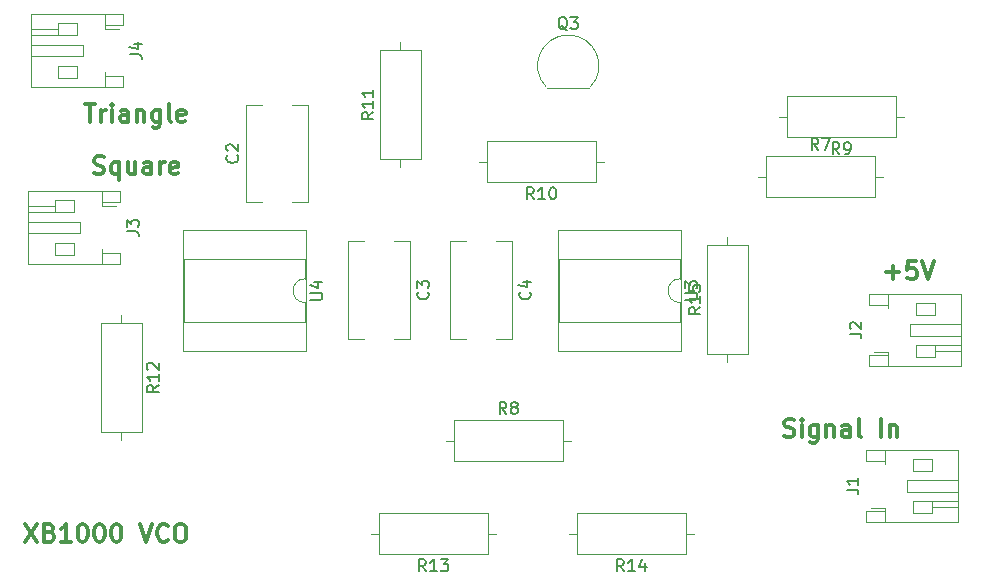
<source format=gto>
G04 #@! TF.GenerationSoftware,KiCad,Pcbnew,(5.0.1)-rc2*
G04 #@! TF.CreationDate,2018-10-16T02:33:53-04:00*
G04 #@! TF.ProjectId,vco2,76636F322E6B696361645F7063620000,1*
G04 #@! TF.SameCoordinates,Original*
G04 #@! TF.FileFunction,Legend,Top*
G04 #@! TF.FilePolarity,Positive*
%FSLAX46Y46*%
G04 Gerber Fmt 4.6, Leading zero omitted, Abs format (unit mm)*
G04 Created by KiCad (PCBNEW (5.0.1)-rc2) date 10/16/2018 2:33:53 AM*
%MOMM*%
%LPD*%
G01*
G04 APERTURE LIST*
%ADD10C,0.300000*%
%ADD11C,0.120000*%
%ADD12C,0.150000*%
G04 APERTURE END LIST*
D10*
X92948571Y-105382142D02*
X93162857Y-105453571D01*
X93520000Y-105453571D01*
X93662857Y-105382142D01*
X93734285Y-105310714D01*
X93805714Y-105167857D01*
X93805714Y-105025000D01*
X93734285Y-104882142D01*
X93662857Y-104810714D01*
X93520000Y-104739285D01*
X93234285Y-104667857D01*
X93091428Y-104596428D01*
X93020000Y-104525000D01*
X92948571Y-104382142D01*
X92948571Y-104239285D01*
X93020000Y-104096428D01*
X93091428Y-104025000D01*
X93234285Y-103953571D01*
X93591428Y-103953571D01*
X93805714Y-104025000D01*
X95091428Y-104453571D02*
X95091428Y-105953571D01*
X95091428Y-105382142D02*
X94948571Y-105453571D01*
X94662857Y-105453571D01*
X94520000Y-105382142D01*
X94448571Y-105310714D01*
X94377142Y-105167857D01*
X94377142Y-104739285D01*
X94448571Y-104596428D01*
X94520000Y-104525000D01*
X94662857Y-104453571D01*
X94948571Y-104453571D01*
X95091428Y-104525000D01*
X96448571Y-104453571D02*
X96448571Y-105453571D01*
X95805714Y-104453571D02*
X95805714Y-105239285D01*
X95877142Y-105382142D01*
X96020000Y-105453571D01*
X96234285Y-105453571D01*
X96377142Y-105382142D01*
X96448571Y-105310714D01*
X97805714Y-105453571D02*
X97805714Y-104667857D01*
X97734285Y-104525000D01*
X97591428Y-104453571D01*
X97305714Y-104453571D01*
X97162857Y-104525000D01*
X97805714Y-105382142D02*
X97662857Y-105453571D01*
X97305714Y-105453571D01*
X97162857Y-105382142D01*
X97091428Y-105239285D01*
X97091428Y-105096428D01*
X97162857Y-104953571D01*
X97305714Y-104882142D01*
X97662857Y-104882142D01*
X97805714Y-104810714D01*
X98520000Y-105453571D02*
X98520000Y-104453571D01*
X98520000Y-104739285D02*
X98591428Y-104596428D01*
X98662857Y-104525000D01*
X98805714Y-104453571D01*
X98948571Y-104453571D01*
X100020000Y-105382142D02*
X99877142Y-105453571D01*
X99591428Y-105453571D01*
X99448571Y-105382142D01*
X99377142Y-105239285D01*
X99377142Y-104667857D01*
X99448571Y-104525000D01*
X99591428Y-104453571D01*
X99877142Y-104453571D01*
X100020000Y-104525000D01*
X100091428Y-104667857D01*
X100091428Y-104810714D01*
X99377142Y-104953571D01*
X151388571Y-127607142D02*
X151602857Y-127678571D01*
X151960000Y-127678571D01*
X152102857Y-127607142D01*
X152174285Y-127535714D01*
X152245714Y-127392857D01*
X152245714Y-127250000D01*
X152174285Y-127107142D01*
X152102857Y-127035714D01*
X151960000Y-126964285D01*
X151674285Y-126892857D01*
X151531428Y-126821428D01*
X151460000Y-126750000D01*
X151388571Y-126607142D01*
X151388571Y-126464285D01*
X151460000Y-126321428D01*
X151531428Y-126250000D01*
X151674285Y-126178571D01*
X152031428Y-126178571D01*
X152245714Y-126250000D01*
X152888571Y-127678571D02*
X152888571Y-126678571D01*
X152888571Y-126178571D02*
X152817142Y-126250000D01*
X152888571Y-126321428D01*
X152960000Y-126250000D01*
X152888571Y-126178571D01*
X152888571Y-126321428D01*
X154245714Y-126678571D02*
X154245714Y-127892857D01*
X154174285Y-128035714D01*
X154102857Y-128107142D01*
X153960000Y-128178571D01*
X153745714Y-128178571D01*
X153602857Y-128107142D01*
X154245714Y-127607142D02*
X154102857Y-127678571D01*
X153817142Y-127678571D01*
X153674285Y-127607142D01*
X153602857Y-127535714D01*
X153531428Y-127392857D01*
X153531428Y-126964285D01*
X153602857Y-126821428D01*
X153674285Y-126750000D01*
X153817142Y-126678571D01*
X154102857Y-126678571D01*
X154245714Y-126750000D01*
X154960000Y-126678571D02*
X154960000Y-127678571D01*
X154960000Y-126821428D02*
X155031428Y-126750000D01*
X155174285Y-126678571D01*
X155388571Y-126678571D01*
X155531428Y-126750000D01*
X155602857Y-126892857D01*
X155602857Y-127678571D01*
X156960000Y-127678571D02*
X156960000Y-126892857D01*
X156888571Y-126750000D01*
X156745714Y-126678571D01*
X156460000Y-126678571D01*
X156317142Y-126750000D01*
X156960000Y-127607142D02*
X156817142Y-127678571D01*
X156460000Y-127678571D01*
X156317142Y-127607142D01*
X156245714Y-127464285D01*
X156245714Y-127321428D01*
X156317142Y-127178571D01*
X156460000Y-127107142D01*
X156817142Y-127107142D01*
X156960000Y-127035714D01*
X157888571Y-127678571D02*
X157745714Y-127607142D01*
X157674285Y-127464285D01*
X157674285Y-126178571D01*
X159602857Y-127678571D02*
X159602857Y-126178571D01*
X160317142Y-126678571D02*
X160317142Y-127678571D01*
X160317142Y-126821428D02*
X160388571Y-126750000D01*
X160531428Y-126678571D01*
X160745714Y-126678571D01*
X160888571Y-126750000D01*
X160960000Y-126892857D01*
X160960000Y-127678571D01*
X159996428Y-113772142D02*
X161139285Y-113772142D01*
X160567857Y-114343571D02*
X160567857Y-113200714D01*
X162567857Y-112843571D02*
X161853571Y-112843571D01*
X161782142Y-113557857D01*
X161853571Y-113486428D01*
X161996428Y-113415000D01*
X162353571Y-113415000D01*
X162496428Y-113486428D01*
X162567857Y-113557857D01*
X162639285Y-113700714D01*
X162639285Y-114057857D01*
X162567857Y-114200714D01*
X162496428Y-114272142D01*
X162353571Y-114343571D01*
X161996428Y-114343571D01*
X161853571Y-114272142D01*
X161782142Y-114200714D01*
X163067857Y-112843571D02*
X163567857Y-114343571D01*
X164067857Y-112843571D01*
X92198571Y-99508571D02*
X93055714Y-99508571D01*
X92627142Y-101008571D02*
X92627142Y-99508571D01*
X93555714Y-101008571D02*
X93555714Y-100008571D01*
X93555714Y-100294285D02*
X93627142Y-100151428D01*
X93698571Y-100080000D01*
X93841428Y-100008571D01*
X93984285Y-100008571D01*
X94484285Y-101008571D02*
X94484285Y-100008571D01*
X94484285Y-99508571D02*
X94412857Y-99580000D01*
X94484285Y-99651428D01*
X94555714Y-99580000D01*
X94484285Y-99508571D01*
X94484285Y-99651428D01*
X95841428Y-101008571D02*
X95841428Y-100222857D01*
X95770000Y-100080000D01*
X95627142Y-100008571D01*
X95341428Y-100008571D01*
X95198571Y-100080000D01*
X95841428Y-100937142D02*
X95698571Y-101008571D01*
X95341428Y-101008571D01*
X95198571Y-100937142D01*
X95127142Y-100794285D01*
X95127142Y-100651428D01*
X95198571Y-100508571D01*
X95341428Y-100437142D01*
X95698571Y-100437142D01*
X95841428Y-100365714D01*
X96555714Y-100008571D02*
X96555714Y-101008571D01*
X96555714Y-100151428D02*
X96627142Y-100080000D01*
X96770000Y-100008571D01*
X96984285Y-100008571D01*
X97127142Y-100080000D01*
X97198571Y-100222857D01*
X97198571Y-101008571D01*
X98555714Y-100008571D02*
X98555714Y-101222857D01*
X98484285Y-101365714D01*
X98412857Y-101437142D01*
X98270000Y-101508571D01*
X98055714Y-101508571D01*
X97912857Y-101437142D01*
X98555714Y-100937142D02*
X98412857Y-101008571D01*
X98127142Y-101008571D01*
X97984285Y-100937142D01*
X97912857Y-100865714D01*
X97841428Y-100722857D01*
X97841428Y-100294285D01*
X97912857Y-100151428D01*
X97984285Y-100080000D01*
X98127142Y-100008571D01*
X98412857Y-100008571D01*
X98555714Y-100080000D01*
X99484285Y-101008571D02*
X99341428Y-100937142D01*
X99270000Y-100794285D01*
X99270000Y-99508571D01*
X100627142Y-100937142D02*
X100484285Y-101008571D01*
X100198571Y-101008571D01*
X100055714Y-100937142D01*
X99984285Y-100794285D01*
X99984285Y-100222857D01*
X100055714Y-100080000D01*
X100198571Y-100008571D01*
X100484285Y-100008571D01*
X100627142Y-100080000D01*
X100698571Y-100222857D01*
X100698571Y-100365714D01*
X99984285Y-100508571D01*
X87122857Y-135068571D02*
X88122857Y-136568571D01*
X88122857Y-135068571D02*
X87122857Y-136568571D01*
X89194285Y-135782857D02*
X89408571Y-135854285D01*
X89480000Y-135925714D01*
X89551428Y-136068571D01*
X89551428Y-136282857D01*
X89480000Y-136425714D01*
X89408571Y-136497142D01*
X89265714Y-136568571D01*
X88694285Y-136568571D01*
X88694285Y-135068571D01*
X89194285Y-135068571D01*
X89337142Y-135140000D01*
X89408571Y-135211428D01*
X89480000Y-135354285D01*
X89480000Y-135497142D01*
X89408571Y-135640000D01*
X89337142Y-135711428D01*
X89194285Y-135782857D01*
X88694285Y-135782857D01*
X90980000Y-136568571D02*
X90122857Y-136568571D01*
X90551428Y-136568571D02*
X90551428Y-135068571D01*
X90408571Y-135282857D01*
X90265714Y-135425714D01*
X90122857Y-135497142D01*
X91908571Y-135068571D02*
X92051428Y-135068571D01*
X92194285Y-135140000D01*
X92265714Y-135211428D01*
X92337142Y-135354285D01*
X92408571Y-135640000D01*
X92408571Y-135997142D01*
X92337142Y-136282857D01*
X92265714Y-136425714D01*
X92194285Y-136497142D01*
X92051428Y-136568571D01*
X91908571Y-136568571D01*
X91765714Y-136497142D01*
X91694285Y-136425714D01*
X91622857Y-136282857D01*
X91551428Y-135997142D01*
X91551428Y-135640000D01*
X91622857Y-135354285D01*
X91694285Y-135211428D01*
X91765714Y-135140000D01*
X91908571Y-135068571D01*
X93337142Y-135068571D02*
X93480000Y-135068571D01*
X93622857Y-135140000D01*
X93694285Y-135211428D01*
X93765714Y-135354285D01*
X93837142Y-135640000D01*
X93837142Y-135997142D01*
X93765714Y-136282857D01*
X93694285Y-136425714D01*
X93622857Y-136497142D01*
X93480000Y-136568571D01*
X93337142Y-136568571D01*
X93194285Y-136497142D01*
X93122857Y-136425714D01*
X93051428Y-136282857D01*
X92980000Y-135997142D01*
X92980000Y-135640000D01*
X93051428Y-135354285D01*
X93122857Y-135211428D01*
X93194285Y-135140000D01*
X93337142Y-135068571D01*
X94765714Y-135068571D02*
X94908571Y-135068571D01*
X95051428Y-135140000D01*
X95122857Y-135211428D01*
X95194285Y-135354285D01*
X95265714Y-135640000D01*
X95265714Y-135997142D01*
X95194285Y-136282857D01*
X95122857Y-136425714D01*
X95051428Y-136497142D01*
X94908571Y-136568571D01*
X94765714Y-136568571D01*
X94622857Y-136497142D01*
X94551428Y-136425714D01*
X94480000Y-136282857D01*
X94408571Y-135997142D01*
X94408571Y-135640000D01*
X94480000Y-135354285D01*
X94551428Y-135211428D01*
X94622857Y-135140000D01*
X94765714Y-135068571D01*
X96837142Y-135068571D02*
X97337142Y-136568571D01*
X97837142Y-135068571D01*
X99194285Y-136425714D02*
X99122857Y-136497142D01*
X98908571Y-136568571D01*
X98765714Y-136568571D01*
X98551428Y-136497142D01*
X98408571Y-136354285D01*
X98337142Y-136211428D01*
X98265714Y-135925714D01*
X98265714Y-135711428D01*
X98337142Y-135425714D01*
X98408571Y-135282857D01*
X98551428Y-135140000D01*
X98765714Y-135068571D01*
X98908571Y-135068571D01*
X99122857Y-135140000D01*
X99194285Y-135211428D01*
X100122857Y-135068571D02*
X100408571Y-135068571D01*
X100551428Y-135140000D01*
X100694285Y-135282857D01*
X100765714Y-135568571D01*
X100765714Y-136068571D01*
X100694285Y-136354285D01*
X100551428Y-136497142D01*
X100408571Y-136568571D01*
X100122857Y-136568571D01*
X99980000Y-136497142D01*
X99837142Y-136354285D01*
X99765714Y-136068571D01*
X99765714Y-135568571D01*
X99837142Y-135282857D01*
X99980000Y-135140000D01*
X100122857Y-135068571D01*
D11*
G04 #@! TO.C,R12*
X95250000Y-127992000D02*
X95250000Y-127302000D01*
X95250000Y-117372000D02*
X95250000Y-118062000D01*
X96970000Y-127302000D02*
X96970000Y-118062000D01*
X93530000Y-127302000D02*
X96970000Y-127302000D01*
X93530000Y-118062000D02*
X93530000Y-127302000D01*
X96970000Y-118062000D02*
X93530000Y-118062000D01*
G04 #@! TO.C,C2*
X105838000Y-107812000D02*
X105838000Y-99572000D01*
X111078000Y-107812000D02*
X111078000Y-99572000D01*
X105838000Y-107812000D02*
X107202000Y-107812000D01*
X109714000Y-107812000D02*
X111078000Y-107812000D01*
X105838000Y-99572000D02*
X107202000Y-99572000D01*
X109714000Y-99572000D02*
X111078000Y-99572000D01*
G04 #@! TO.C,C3*
X115838000Y-119376000D02*
X114474000Y-119376000D01*
X119714000Y-119376000D02*
X118350000Y-119376000D01*
X115838000Y-111136000D02*
X114474000Y-111136000D01*
X119714000Y-111136000D02*
X118350000Y-111136000D01*
X114474000Y-111136000D02*
X114474000Y-119376000D01*
X119714000Y-111136000D02*
X119714000Y-119376000D01*
G04 #@! TO.C,C4*
X128350000Y-111136000D02*
X128350000Y-119376000D01*
X123110000Y-111136000D02*
X123110000Y-119376000D01*
X128350000Y-111136000D02*
X126986000Y-111136000D01*
X124474000Y-111136000D02*
X123110000Y-111136000D01*
X128350000Y-119376000D02*
X126986000Y-119376000D01*
X124474000Y-119376000D02*
X123110000Y-119376000D01*
G04 #@! TO.C,J1*
X159906000Y-133702000D02*
X159906000Y-133982000D01*
X159906000Y-133982000D02*
X158306000Y-133982000D01*
X158306000Y-133982000D02*
X158306000Y-134902000D01*
X158306000Y-134902000D02*
X166126000Y-134902000D01*
X166126000Y-134902000D02*
X166126000Y-128782000D01*
X166126000Y-128782000D02*
X158306000Y-128782000D01*
X158306000Y-128782000D02*
X158306000Y-129702000D01*
X158306000Y-129702000D02*
X159906000Y-129702000D01*
X159906000Y-129702000D02*
X159906000Y-129982000D01*
X166126000Y-132342000D02*
X161766000Y-132342000D01*
X161766000Y-132342000D02*
X161766000Y-131342000D01*
X161766000Y-131342000D02*
X166126000Y-131342000D01*
X159906000Y-134902000D02*
X159906000Y-133982000D01*
X159906000Y-128782000D02*
X159906000Y-129702000D01*
X162266000Y-134142000D02*
X163866000Y-134142000D01*
X163866000Y-134142000D02*
X163866000Y-133142000D01*
X163866000Y-133142000D02*
X162266000Y-133142000D01*
X162266000Y-133142000D02*
X162266000Y-134142000D01*
X162266000Y-129542000D02*
X163866000Y-129542000D01*
X163866000Y-129542000D02*
X163866000Y-130542000D01*
X163866000Y-130542000D02*
X162266000Y-130542000D01*
X162266000Y-130542000D02*
X162266000Y-129542000D01*
X163866000Y-133142000D02*
X166126000Y-133142000D01*
X163866000Y-133642000D02*
X166126000Y-133642000D01*
X159906000Y-133702000D02*
X158691000Y-133702000D01*
G04 #@! TO.C,J2*
X160160000Y-120494000D02*
X158945000Y-120494000D01*
X164120000Y-120434000D02*
X166380000Y-120434000D01*
X164120000Y-119934000D02*
X166380000Y-119934000D01*
X162520000Y-117334000D02*
X162520000Y-116334000D01*
X164120000Y-117334000D02*
X162520000Y-117334000D01*
X164120000Y-116334000D02*
X164120000Y-117334000D01*
X162520000Y-116334000D02*
X164120000Y-116334000D01*
X162520000Y-119934000D02*
X162520000Y-120934000D01*
X164120000Y-119934000D02*
X162520000Y-119934000D01*
X164120000Y-120934000D02*
X164120000Y-119934000D01*
X162520000Y-120934000D02*
X164120000Y-120934000D01*
X160160000Y-115574000D02*
X160160000Y-116494000D01*
X160160000Y-121694000D02*
X160160000Y-120774000D01*
X162020000Y-118134000D02*
X166380000Y-118134000D01*
X162020000Y-119134000D02*
X162020000Y-118134000D01*
X166380000Y-119134000D02*
X162020000Y-119134000D01*
X160160000Y-116494000D02*
X160160000Y-116774000D01*
X158560000Y-116494000D02*
X160160000Y-116494000D01*
X158560000Y-115574000D02*
X158560000Y-116494000D01*
X166380000Y-115574000D02*
X158560000Y-115574000D01*
X166380000Y-121694000D02*
X166380000Y-115574000D01*
X158560000Y-121694000D02*
X166380000Y-121694000D01*
X158560000Y-120774000D02*
X158560000Y-121694000D01*
X160160000Y-120774000D02*
X158560000Y-120774000D01*
X160160000Y-120494000D02*
X160160000Y-120774000D01*
G04 #@! TO.C,J3*
X93586000Y-108106000D02*
X94801000Y-108106000D01*
X89626000Y-108166000D02*
X87366000Y-108166000D01*
X89626000Y-108666000D02*
X87366000Y-108666000D01*
X91226000Y-111266000D02*
X91226000Y-112266000D01*
X89626000Y-111266000D02*
X91226000Y-111266000D01*
X89626000Y-112266000D02*
X89626000Y-111266000D01*
X91226000Y-112266000D02*
X89626000Y-112266000D01*
X91226000Y-108666000D02*
X91226000Y-107666000D01*
X89626000Y-108666000D02*
X91226000Y-108666000D01*
X89626000Y-107666000D02*
X89626000Y-108666000D01*
X91226000Y-107666000D02*
X89626000Y-107666000D01*
X93586000Y-113026000D02*
X93586000Y-112106000D01*
X93586000Y-106906000D02*
X93586000Y-107826000D01*
X91726000Y-110466000D02*
X87366000Y-110466000D01*
X91726000Y-109466000D02*
X91726000Y-110466000D01*
X87366000Y-109466000D02*
X91726000Y-109466000D01*
X93586000Y-112106000D02*
X93586000Y-111826000D01*
X95186000Y-112106000D02*
X93586000Y-112106000D01*
X95186000Y-113026000D02*
X95186000Y-112106000D01*
X87366000Y-113026000D02*
X95186000Y-113026000D01*
X87366000Y-106906000D02*
X87366000Y-113026000D01*
X95186000Y-106906000D02*
X87366000Y-106906000D01*
X95186000Y-107826000D02*
X95186000Y-106906000D01*
X93586000Y-107826000D02*
X95186000Y-107826000D01*
X93586000Y-108106000D02*
X93586000Y-107826000D01*
G04 #@! TO.C,J4*
X93840000Y-93120000D02*
X93840000Y-92840000D01*
X93840000Y-92840000D02*
X95440000Y-92840000D01*
X95440000Y-92840000D02*
X95440000Y-91920000D01*
X95440000Y-91920000D02*
X87620000Y-91920000D01*
X87620000Y-91920000D02*
X87620000Y-98040000D01*
X87620000Y-98040000D02*
X95440000Y-98040000D01*
X95440000Y-98040000D02*
X95440000Y-97120000D01*
X95440000Y-97120000D02*
X93840000Y-97120000D01*
X93840000Y-97120000D02*
X93840000Y-96840000D01*
X87620000Y-94480000D02*
X91980000Y-94480000D01*
X91980000Y-94480000D02*
X91980000Y-95480000D01*
X91980000Y-95480000D02*
X87620000Y-95480000D01*
X93840000Y-91920000D02*
X93840000Y-92840000D01*
X93840000Y-98040000D02*
X93840000Y-97120000D01*
X91480000Y-92680000D02*
X89880000Y-92680000D01*
X89880000Y-92680000D02*
X89880000Y-93680000D01*
X89880000Y-93680000D02*
X91480000Y-93680000D01*
X91480000Y-93680000D02*
X91480000Y-92680000D01*
X91480000Y-97280000D02*
X89880000Y-97280000D01*
X89880000Y-97280000D02*
X89880000Y-96280000D01*
X89880000Y-96280000D02*
X91480000Y-96280000D01*
X91480000Y-96280000D02*
X91480000Y-97280000D01*
X89880000Y-93680000D02*
X87620000Y-93680000D01*
X89880000Y-93180000D02*
X87620000Y-93180000D01*
X93840000Y-93120000D02*
X95055000Y-93120000D01*
G04 #@! TO.C,Q3*
X131296000Y-98116000D02*
X134896000Y-98116000D01*
X131257522Y-98104478D02*
G75*
G02X133096000Y-93666000I1838478J1838478D01*
G01*
X134934478Y-98104478D02*
G75*
G03X133096000Y-93666000I-1838478J1838478D01*
G01*
G04 #@! TO.C,R7*
X149812000Y-103944000D02*
X149812000Y-107384000D01*
X149812000Y-107384000D02*
X159052000Y-107384000D01*
X159052000Y-107384000D02*
X159052000Y-103944000D01*
X159052000Y-103944000D02*
X149812000Y-103944000D01*
X149122000Y-105664000D02*
X149812000Y-105664000D01*
X159742000Y-105664000D02*
X159052000Y-105664000D01*
G04 #@! TO.C,R8*
X123396000Y-126296000D02*
X123396000Y-129736000D01*
X123396000Y-129736000D02*
X132636000Y-129736000D01*
X132636000Y-129736000D02*
X132636000Y-126296000D01*
X132636000Y-126296000D02*
X123396000Y-126296000D01*
X122706000Y-128016000D02*
X123396000Y-128016000D01*
X133326000Y-128016000D02*
X132636000Y-128016000D01*
G04 #@! TO.C,R9*
X150900000Y-100584000D02*
X151590000Y-100584000D01*
X161520000Y-100584000D02*
X160830000Y-100584000D01*
X151590000Y-102304000D02*
X160830000Y-102304000D01*
X151590000Y-98864000D02*
X151590000Y-102304000D01*
X160830000Y-98864000D02*
X151590000Y-98864000D01*
X160830000Y-102304000D02*
X160830000Y-98864000D01*
G04 #@! TO.C,R10*
X135430000Y-106114000D02*
X135430000Y-102674000D01*
X135430000Y-102674000D02*
X126190000Y-102674000D01*
X126190000Y-102674000D02*
X126190000Y-106114000D01*
X126190000Y-106114000D02*
X135430000Y-106114000D01*
X136120000Y-104394000D02*
X135430000Y-104394000D01*
X125500000Y-104394000D02*
X126190000Y-104394000D01*
G04 #@! TO.C,R11*
X118872000Y-94258000D02*
X118872000Y-94948000D01*
X118872000Y-104878000D02*
X118872000Y-104188000D01*
X117152000Y-94948000D02*
X117152000Y-104188000D01*
X120592000Y-94948000D02*
X117152000Y-94948000D01*
X120592000Y-104188000D02*
X120592000Y-94948000D01*
X117152000Y-104188000D02*
X120592000Y-104188000D01*
G04 #@! TO.C,R13*
X116356000Y-135890000D02*
X117046000Y-135890000D01*
X126976000Y-135890000D02*
X126286000Y-135890000D01*
X117046000Y-137610000D02*
X126286000Y-137610000D01*
X117046000Y-134170000D02*
X117046000Y-137610000D01*
X126286000Y-134170000D02*
X117046000Y-134170000D01*
X126286000Y-137610000D02*
X126286000Y-134170000D01*
G04 #@! TO.C,R14*
X143050000Y-137610000D02*
X143050000Y-134170000D01*
X143050000Y-134170000D02*
X133810000Y-134170000D01*
X133810000Y-134170000D02*
X133810000Y-137610000D01*
X133810000Y-137610000D02*
X143050000Y-137610000D01*
X143740000Y-135890000D02*
X143050000Y-135890000D01*
X133120000Y-135890000D02*
X133810000Y-135890000D01*
G04 #@! TO.C,R15*
X144838000Y-120698000D02*
X148278000Y-120698000D01*
X148278000Y-120698000D02*
X148278000Y-111458000D01*
X148278000Y-111458000D02*
X144838000Y-111458000D01*
X144838000Y-111458000D02*
X144838000Y-120698000D01*
X146558000Y-121388000D02*
X146558000Y-120698000D01*
X146558000Y-110768000D02*
X146558000Y-111458000D01*
G04 #@! TO.C,U3*
X142554000Y-116316000D02*
G75*
G02X142554000Y-114316000I0J1000000D01*
G01*
X142554000Y-114316000D02*
X142554000Y-112666000D01*
X142554000Y-112666000D02*
X132274000Y-112666000D01*
X132274000Y-112666000D02*
X132274000Y-117966000D01*
X132274000Y-117966000D02*
X142554000Y-117966000D01*
X142554000Y-117966000D02*
X142554000Y-116316000D01*
X142614000Y-110176000D02*
X132214000Y-110176000D01*
X132214000Y-110176000D02*
X132214000Y-120456000D01*
X132214000Y-120456000D02*
X142614000Y-120456000D01*
X142614000Y-120456000D02*
X142614000Y-110176000D01*
G04 #@! TO.C,U4*
X110864000Y-120456000D02*
X110864000Y-110176000D01*
X100464000Y-120456000D02*
X110864000Y-120456000D01*
X100464000Y-110176000D02*
X100464000Y-120456000D01*
X110864000Y-110176000D02*
X100464000Y-110176000D01*
X110804000Y-117966000D02*
X110804000Y-116316000D01*
X100524000Y-117966000D02*
X110804000Y-117966000D01*
X100524000Y-112666000D02*
X100524000Y-117966000D01*
X110804000Y-112666000D02*
X100524000Y-112666000D01*
X110804000Y-114316000D02*
X110804000Y-112666000D01*
X110804000Y-116316000D02*
G75*
G02X110804000Y-114316000I0J1000000D01*
G01*
G04 #@! TO.C,R12*
D12*
X98422380Y-123324857D02*
X97946190Y-123658190D01*
X98422380Y-123896285D02*
X97422380Y-123896285D01*
X97422380Y-123515333D01*
X97470000Y-123420095D01*
X97517619Y-123372476D01*
X97612857Y-123324857D01*
X97755714Y-123324857D01*
X97850952Y-123372476D01*
X97898571Y-123420095D01*
X97946190Y-123515333D01*
X97946190Y-123896285D01*
X98422380Y-122372476D02*
X98422380Y-122943904D01*
X98422380Y-122658190D02*
X97422380Y-122658190D01*
X97565238Y-122753428D01*
X97660476Y-122848666D01*
X97708095Y-122943904D01*
X97517619Y-121991523D02*
X97470000Y-121943904D01*
X97422380Y-121848666D01*
X97422380Y-121610571D01*
X97470000Y-121515333D01*
X97517619Y-121467714D01*
X97612857Y-121420095D01*
X97708095Y-121420095D01*
X97850952Y-121467714D01*
X98422380Y-122039142D01*
X98422380Y-121420095D01*
G04 #@! TO.C,C2*
X105065142Y-103858666D02*
X105112761Y-103906285D01*
X105160380Y-104049142D01*
X105160380Y-104144380D01*
X105112761Y-104287238D01*
X105017523Y-104382476D01*
X104922285Y-104430095D01*
X104731809Y-104477714D01*
X104588952Y-104477714D01*
X104398476Y-104430095D01*
X104303238Y-104382476D01*
X104208000Y-104287238D01*
X104160380Y-104144380D01*
X104160380Y-104049142D01*
X104208000Y-103906285D01*
X104255619Y-103858666D01*
X104255619Y-103477714D02*
X104208000Y-103430095D01*
X104160380Y-103334857D01*
X104160380Y-103096761D01*
X104208000Y-103001523D01*
X104255619Y-102953904D01*
X104350857Y-102906285D01*
X104446095Y-102906285D01*
X104588952Y-102953904D01*
X105160380Y-103525333D01*
X105160380Y-102906285D01*
G04 #@! TO.C,C3*
X121201142Y-115422666D02*
X121248761Y-115470285D01*
X121296380Y-115613142D01*
X121296380Y-115708380D01*
X121248761Y-115851238D01*
X121153523Y-115946476D01*
X121058285Y-115994095D01*
X120867809Y-116041714D01*
X120724952Y-116041714D01*
X120534476Y-115994095D01*
X120439238Y-115946476D01*
X120344000Y-115851238D01*
X120296380Y-115708380D01*
X120296380Y-115613142D01*
X120344000Y-115470285D01*
X120391619Y-115422666D01*
X120296380Y-115089333D02*
X120296380Y-114470285D01*
X120677333Y-114803619D01*
X120677333Y-114660761D01*
X120724952Y-114565523D01*
X120772571Y-114517904D01*
X120867809Y-114470285D01*
X121105904Y-114470285D01*
X121201142Y-114517904D01*
X121248761Y-114565523D01*
X121296380Y-114660761D01*
X121296380Y-114946476D01*
X121248761Y-115041714D01*
X121201142Y-115089333D01*
G04 #@! TO.C,C4*
X129837142Y-115422666D02*
X129884761Y-115470285D01*
X129932380Y-115613142D01*
X129932380Y-115708380D01*
X129884761Y-115851238D01*
X129789523Y-115946476D01*
X129694285Y-115994095D01*
X129503809Y-116041714D01*
X129360952Y-116041714D01*
X129170476Y-115994095D01*
X129075238Y-115946476D01*
X128980000Y-115851238D01*
X128932380Y-115708380D01*
X128932380Y-115613142D01*
X128980000Y-115470285D01*
X129027619Y-115422666D01*
X129265714Y-114565523D02*
X129932380Y-114565523D01*
X128884761Y-114803619D02*
X129599047Y-115041714D01*
X129599047Y-114422666D01*
G04 #@! TO.C,J1*
X156668380Y-132175333D02*
X157382666Y-132175333D01*
X157525523Y-132222952D01*
X157620761Y-132318190D01*
X157668380Y-132461047D01*
X157668380Y-132556285D01*
X157668380Y-131175333D02*
X157668380Y-131746761D01*
X157668380Y-131461047D02*
X156668380Y-131461047D01*
X156811238Y-131556285D01*
X156906476Y-131651523D01*
X156954095Y-131746761D01*
G04 #@! TO.C,J2*
X156922380Y-118967333D02*
X157636666Y-118967333D01*
X157779523Y-119014952D01*
X157874761Y-119110190D01*
X157922380Y-119253047D01*
X157922380Y-119348285D01*
X157017619Y-118538761D02*
X156970000Y-118491142D01*
X156922380Y-118395904D01*
X156922380Y-118157809D01*
X156970000Y-118062571D01*
X157017619Y-118014952D01*
X157112857Y-117967333D01*
X157208095Y-117967333D01*
X157350952Y-118014952D01*
X157922380Y-118586380D01*
X157922380Y-117967333D01*
G04 #@! TO.C,J3*
X95728380Y-110299333D02*
X96442666Y-110299333D01*
X96585523Y-110346952D01*
X96680761Y-110442190D01*
X96728380Y-110585047D01*
X96728380Y-110680285D01*
X95728380Y-109918380D02*
X95728380Y-109299333D01*
X96109333Y-109632666D01*
X96109333Y-109489809D01*
X96156952Y-109394571D01*
X96204571Y-109346952D01*
X96299809Y-109299333D01*
X96537904Y-109299333D01*
X96633142Y-109346952D01*
X96680761Y-109394571D01*
X96728380Y-109489809D01*
X96728380Y-109775523D01*
X96680761Y-109870761D01*
X96633142Y-109918380D01*
G04 #@! TO.C,J4*
X95982380Y-95313333D02*
X96696666Y-95313333D01*
X96839523Y-95360952D01*
X96934761Y-95456190D01*
X96982380Y-95599047D01*
X96982380Y-95694285D01*
X96315714Y-94408571D02*
X96982380Y-94408571D01*
X95934761Y-94646666D02*
X96649047Y-94884761D01*
X96649047Y-94265714D01*
G04 #@! TO.C,Q3*
X133000761Y-93253619D02*
X132905523Y-93206000D01*
X132810285Y-93110761D01*
X132667428Y-92967904D01*
X132572190Y-92920285D01*
X132476952Y-92920285D01*
X132524571Y-93158380D02*
X132429333Y-93110761D01*
X132334095Y-93015523D01*
X132286476Y-92825047D01*
X132286476Y-92491714D01*
X132334095Y-92301238D01*
X132429333Y-92206000D01*
X132524571Y-92158380D01*
X132715047Y-92158380D01*
X132810285Y-92206000D01*
X132905523Y-92301238D01*
X132953142Y-92491714D01*
X132953142Y-92825047D01*
X132905523Y-93015523D01*
X132810285Y-93110761D01*
X132715047Y-93158380D01*
X132524571Y-93158380D01*
X133286476Y-92158380D02*
X133905523Y-92158380D01*
X133572190Y-92539333D01*
X133715047Y-92539333D01*
X133810285Y-92586952D01*
X133857904Y-92634571D01*
X133905523Y-92729809D01*
X133905523Y-92967904D01*
X133857904Y-93063142D01*
X133810285Y-93110761D01*
X133715047Y-93158380D01*
X133429333Y-93158380D01*
X133334095Y-93110761D01*
X133286476Y-93063142D01*
G04 #@! TO.C,R7*
X154265333Y-103396380D02*
X153932000Y-102920190D01*
X153693904Y-103396380D02*
X153693904Y-102396380D01*
X154074857Y-102396380D01*
X154170095Y-102444000D01*
X154217714Y-102491619D01*
X154265333Y-102586857D01*
X154265333Y-102729714D01*
X154217714Y-102824952D01*
X154170095Y-102872571D01*
X154074857Y-102920190D01*
X153693904Y-102920190D01*
X154598666Y-102396380D02*
X155265333Y-102396380D01*
X154836761Y-103396380D01*
G04 #@! TO.C,R8*
X127849333Y-125748380D02*
X127516000Y-125272190D01*
X127277904Y-125748380D02*
X127277904Y-124748380D01*
X127658857Y-124748380D01*
X127754095Y-124796000D01*
X127801714Y-124843619D01*
X127849333Y-124938857D01*
X127849333Y-125081714D01*
X127801714Y-125176952D01*
X127754095Y-125224571D01*
X127658857Y-125272190D01*
X127277904Y-125272190D01*
X128420761Y-125176952D02*
X128325523Y-125129333D01*
X128277904Y-125081714D01*
X128230285Y-124986476D01*
X128230285Y-124938857D01*
X128277904Y-124843619D01*
X128325523Y-124796000D01*
X128420761Y-124748380D01*
X128611238Y-124748380D01*
X128706476Y-124796000D01*
X128754095Y-124843619D01*
X128801714Y-124938857D01*
X128801714Y-124986476D01*
X128754095Y-125081714D01*
X128706476Y-125129333D01*
X128611238Y-125176952D01*
X128420761Y-125176952D01*
X128325523Y-125224571D01*
X128277904Y-125272190D01*
X128230285Y-125367428D01*
X128230285Y-125557904D01*
X128277904Y-125653142D01*
X128325523Y-125700761D01*
X128420761Y-125748380D01*
X128611238Y-125748380D01*
X128706476Y-125700761D01*
X128754095Y-125653142D01*
X128801714Y-125557904D01*
X128801714Y-125367428D01*
X128754095Y-125272190D01*
X128706476Y-125224571D01*
X128611238Y-125176952D01*
G04 #@! TO.C,R9*
X156043333Y-103756380D02*
X155710000Y-103280190D01*
X155471904Y-103756380D02*
X155471904Y-102756380D01*
X155852857Y-102756380D01*
X155948095Y-102804000D01*
X155995714Y-102851619D01*
X156043333Y-102946857D01*
X156043333Y-103089714D01*
X155995714Y-103184952D01*
X155948095Y-103232571D01*
X155852857Y-103280190D01*
X155471904Y-103280190D01*
X156519523Y-103756380D02*
X156710000Y-103756380D01*
X156805238Y-103708761D01*
X156852857Y-103661142D01*
X156948095Y-103518285D01*
X156995714Y-103327809D01*
X156995714Y-102946857D01*
X156948095Y-102851619D01*
X156900476Y-102804000D01*
X156805238Y-102756380D01*
X156614761Y-102756380D01*
X156519523Y-102804000D01*
X156471904Y-102851619D01*
X156424285Y-102946857D01*
X156424285Y-103184952D01*
X156471904Y-103280190D01*
X156519523Y-103327809D01*
X156614761Y-103375428D01*
X156805238Y-103375428D01*
X156900476Y-103327809D01*
X156948095Y-103280190D01*
X156995714Y-103184952D01*
G04 #@! TO.C,R10*
X130167142Y-107566380D02*
X129833809Y-107090190D01*
X129595714Y-107566380D02*
X129595714Y-106566380D01*
X129976666Y-106566380D01*
X130071904Y-106614000D01*
X130119523Y-106661619D01*
X130167142Y-106756857D01*
X130167142Y-106899714D01*
X130119523Y-106994952D01*
X130071904Y-107042571D01*
X129976666Y-107090190D01*
X129595714Y-107090190D01*
X131119523Y-107566380D02*
X130548095Y-107566380D01*
X130833809Y-107566380D02*
X130833809Y-106566380D01*
X130738571Y-106709238D01*
X130643333Y-106804476D01*
X130548095Y-106852095D01*
X131738571Y-106566380D02*
X131833809Y-106566380D01*
X131929047Y-106614000D01*
X131976666Y-106661619D01*
X132024285Y-106756857D01*
X132071904Y-106947333D01*
X132071904Y-107185428D01*
X132024285Y-107375904D01*
X131976666Y-107471142D01*
X131929047Y-107518761D01*
X131833809Y-107566380D01*
X131738571Y-107566380D01*
X131643333Y-107518761D01*
X131595714Y-107471142D01*
X131548095Y-107375904D01*
X131500476Y-107185428D01*
X131500476Y-106947333D01*
X131548095Y-106756857D01*
X131595714Y-106661619D01*
X131643333Y-106614000D01*
X131738571Y-106566380D01*
G04 #@! TO.C,R11*
X116604380Y-100210857D02*
X116128190Y-100544190D01*
X116604380Y-100782285D02*
X115604380Y-100782285D01*
X115604380Y-100401333D01*
X115652000Y-100306095D01*
X115699619Y-100258476D01*
X115794857Y-100210857D01*
X115937714Y-100210857D01*
X116032952Y-100258476D01*
X116080571Y-100306095D01*
X116128190Y-100401333D01*
X116128190Y-100782285D01*
X116604380Y-99258476D02*
X116604380Y-99829904D01*
X116604380Y-99544190D02*
X115604380Y-99544190D01*
X115747238Y-99639428D01*
X115842476Y-99734666D01*
X115890095Y-99829904D01*
X116604380Y-98306095D02*
X116604380Y-98877523D01*
X116604380Y-98591809D02*
X115604380Y-98591809D01*
X115747238Y-98687047D01*
X115842476Y-98782285D01*
X115890095Y-98877523D01*
G04 #@! TO.C,R13*
X121023142Y-139062380D02*
X120689809Y-138586190D01*
X120451714Y-139062380D02*
X120451714Y-138062380D01*
X120832666Y-138062380D01*
X120927904Y-138110000D01*
X120975523Y-138157619D01*
X121023142Y-138252857D01*
X121023142Y-138395714D01*
X120975523Y-138490952D01*
X120927904Y-138538571D01*
X120832666Y-138586190D01*
X120451714Y-138586190D01*
X121975523Y-139062380D02*
X121404095Y-139062380D01*
X121689809Y-139062380D02*
X121689809Y-138062380D01*
X121594571Y-138205238D01*
X121499333Y-138300476D01*
X121404095Y-138348095D01*
X122308857Y-138062380D02*
X122927904Y-138062380D01*
X122594571Y-138443333D01*
X122737428Y-138443333D01*
X122832666Y-138490952D01*
X122880285Y-138538571D01*
X122927904Y-138633809D01*
X122927904Y-138871904D01*
X122880285Y-138967142D01*
X122832666Y-139014761D01*
X122737428Y-139062380D01*
X122451714Y-139062380D01*
X122356476Y-139014761D01*
X122308857Y-138967142D01*
G04 #@! TO.C,R14*
X137787142Y-139062380D02*
X137453809Y-138586190D01*
X137215714Y-139062380D02*
X137215714Y-138062380D01*
X137596666Y-138062380D01*
X137691904Y-138110000D01*
X137739523Y-138157619D01*
X137787142Y-138252857D01*
X137787142Y-138395714D01*
X137739523Y-138490952D01*
X137691904Y-138538571D01*
X137596666Y-138586190D01*
X137215714Y-138586190D01*
X138739523Y-139062380D02*
X138168095Y-139062380D01*
X138453809Y-139062380D02*
X138453809Y-138062380D01*
X138358571Y-138205238D01*
X138263333Y-138300476D01*
X138168095Y-138348095D01*
X139596666Y-138395714D02*
X139596666Y-139062380D01*
X139358571Y-138014761D02*
X139120476Y-138729047D01*
X139739523Y-138729047D01*
G04 #@! TO.C,R15*
X144290380Y-116720857D02*
X143814190Y-117054190D01*
X144290380Y-117292285D02*
X143290380Y-117292285D01*
X143290380Y-116911333D01*
X143338000Y-116816095D01*
X143385619Y-116768476D01*
X143480857Y-116720857D01*
X143623714Y-116720857D01*
X143718952Y-116768476D01*
X143766571Y-116816095D01*
X143814190Y-116911333D01*
X143814190Y-117292285D01*
X144290380Y-115768476D02*
X144290380Y-116339904D01*
X144290380Y-116054190D02*
X143290380Y-116054190D01*
X143433238Y-116149428D01*
X143528476Y-116244666D01*
X143576095Y-116339904D01*
X143290380Y-114863714D02*
X143290380Y-115339904D01*
X143766571Y-115387523D01*
X143718952Y-115339904D01*
X143671333Y-115244666D01*
X143671333Y-115006571D01*
X143718952Y-114911333D01*
X143766571Y-114863714D01*
X143861809Y-114816095D01*
X144099904Y-114816095D01*
X144195142Y-114863714D01*
X144242761Y-114911333D01*
X144290380Y-115006571D01*
X144290380Y-115244666D01*
X144242761Y-115339904D01*
X144195142Y-115387523D01*
G04 #@! TO.C,U3*
X143006380Y-116077904D02*
X143815904Y-116077904D01*
X143911142Y-116030285D01*
X143958761Y-115982666D01*
X144006380Y-115887428D01*
X144006380Y-115696952D01*
X143958761Y-115601714D01*
X143911142Y-115554095D01*
X143815904Y-115506476D01*
X143006380Y-115506476D01*
X143006380Y-115125523D02*
X143006380Y-114506476D01*
X143387333Y-114839809D01*
X143387333Y-114696952D01*
X143434952Y-114601714D01*
X143482571Y-114554095D01*
X143577809Y-114506476D01*
X143815904Y-114506476D01*
X143911142Y-114554095D01*
X143958761Y-114601714D01*
X144006380Y-114696952D01*
X144006380Y-114982666D01*
X143958761Y-115077904D01*
X143911142Y-115125523D01*
G04 #@! TO.C,U4*
X111256380Y-116077904D02*
X112065904Y-116077904D01*
X112161142Y-116030285D01*
X112208761Y-115982666D01*
X112256380Y-115887428D01*
X112256380Y-115696952D01*
X112208761Y-115601714D01*
X112161142Y-115554095D01*
X112065904Y-115506476D01*
X111256380Y-115506476D01*
X111589714Y-114601714D02*
X112256380Y-114601714D01*
X111208761Y-114839809D02*
X111923047Y-115077904D01*
X111923047Y-114458857D01*
G04 #@! TD*
M02*

</source>
